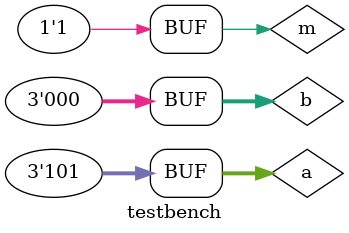
<source format=v>
/*
	Name : 	Ashwin Joisa (16CO104)
			Praveen Raj (16CO115)
	Date : 	16/10/2017
*/

module testbench;
    parameter n = 3;
    wire[n-1:0] sum;
    wire cout;
    reg[n-1:0] a, b;
    reg m;
    nBitAddSub uut(
		.a(a), .b(b) , .m(m), .sum(sum), .cout(cout));    
    initial begin 
        $dumpfile("nBitFullAdder.vcd");
        $dumpvars(0, testbench);
        m=0;
        a = 0; b = 0;
		$display("\nOutput for addition operation\n");
		#5 b = 1;
        #5 b = 4;
        #5 b = 6;
        
        #5 a = 2;
		#5 b = 6;
        #5 b = 1;
        
        
        #5 a = 4;
		#5 b = 0;
        #5 b = 2;
		

        #10 m=1;
		$display("\nOutput for subtraction operation\n");
        a = 3; b = 0;
        #5 b = 2;
        #5 b = 4;
        #5 b = 1;
        
        #5 a = 2; 
		#5 b = 5;
        #5 b = 7;
        
        
        #5 a = 5; 
		#5 b = 3;
        #5 b = 0;

            
    end 
    initial begin
        $display("M\tA\tB\tSUM\tCARRY");
        $monitor("%b\t%3b\t%3b\t%3b\t%b",m,a,b,sum,cout); 
    end    
endmodule

</source>
